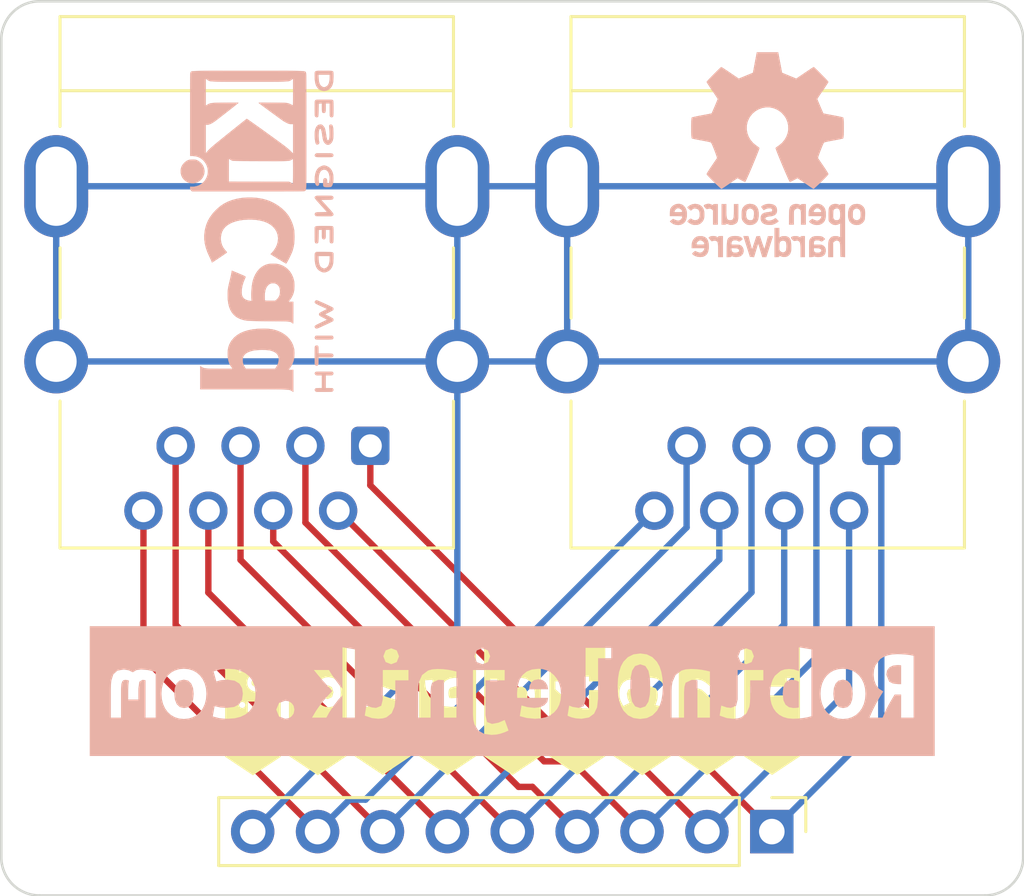
<source format=kicad_pcb>
(kicad_pcb (version 20211014) (generator pcbnew)
  (title_block (title "2x RJ45 to pin header breakout board") (date "2022-08-03") (rev "A") (company "RobinOlejnik.com") (comment 3 "License: CC0-1.0") (comment 4 "https://github.com/robinolejnik/rj45-pinheader-breakout"))
  (layers (0 "F.Cu" signal) (31 "B.Cu" signal) (36 "B.SilkS" user "B.Silkscreen") (37 "F.SilkS" user "F.Silkscreen") (38 "B.Mask" user) (39 "F.Mask" user) (44 "Edge.Cuts" user))
  (net 0 "")
  (net 1 "Net-(J1-PadSH)")
  (net 2 "Net-(J1-Pad1)")
  (net 3 "Net-(J1-Pad2)")
  (net 4 "Net-(J1-Pad3)")
  (net 5 "Net-(J1-Pad4)")
  (net 6 "Net-(J1-Pad5)")
  (net 7 "Net-(J1-Pad6)")
  (net 8 "Net-(J1-Pad7)")
  (net 9 "Net-(J1-Pad8)")
  (footprint "Connector_PinHeader_2.54mm:PinHeader_1x09_P2.54mm_Vertical" (layer "F.Cu") (at 153.16 97.5 -90)
    (fp_text reference "J2" hide)
    (fp_text value "Conn_01x09" hide)
    (pad "1" thru_hole rect (at 0 0 270) (size 1.7 1.7) (drill 1) (layers *.Cu *.Mask) (net 2 "Net-(J1-Pad1)"))
    (pad "2" thru_hole oval (at 0 2.54 270) (size 1.7 1.7) (drill 1) (layers *.Cu *.Mask) (net 3 "Net-(J1-Pad2)"))
    (pad "3" thru_hole oval (at 0 5.08 270) (size 1.7 1.7) (drill 1) (layers *.Cu *.Mask) (net 4 "Net-(J1-Pad3)"))
    (pad "4" thru_hole oval (at 0 7.62 270) (size 1.7 1.7) (drill 1) (layers *.Cu *.Mask) (net 5 "Net-(J1-Pad4)"))
    (pad "5" thru_hole oval (at 0 10.16 270) (size 1.7 1.7) (drill 1) (layers *.Cu *.Mask) (net 6 "Net-(J1-Pad5)"))
    (pad "6" thru_hole oval (at 0 12.7 270) (size 1.7 1.7) (drill 1) (layers *.Cu *.Mask) (net 7 "Net-(J1-Pad6)"))
    (pad "7" thru_hole oval (at 0 15.24 270) (size 1.7 1.7) (drill 1) (layers *.Cu *.Mask) (net 8 "Net-(J1-Pad7)"))
    (pad "8" thru_hole oval (at 0 17.78 270) (size 1.7 1.7) (drill 1) (layers *.Cu *.Mask) (net 9 "Net-(J1-Pad8)"))
    (pad "9" thru_hole oval (at 0 20.32 270) (size 1.7 1.7) (drill 1) (layers *.Cu *.Mask) (net 1 "Net-(J1-PadSH)"))
  )
  (footprint "kibuzzard-62EAE7D9" (layer "F.Cu") (at 140.47 92.42 90)
    (fp_text reference "kibuzzard-62EAE7D9" hide)
    (fp_text value "G***" hide)
  )
  (footprint "kibuzzard-62EAE7B5" (layer "F.Cu") (at 150.63 92.42 90)
    (fp_text reference "kibuzzard-62EAE7B5" hide)
    (fp_text value "G***" hide)
  )
  (footprint "kibuzzard-62EAE7E0" (layer "F.Cu") (at 137.93 92.42 90)
    (fp_text reference "kibuzzard-62EAE7E0" hide)
    (fp_text value "G***" hide)
  )
  (footprint "kibuzzard-62EAE79F" (layer "F.Cu") (at 153.17 92.42 90)
    (fp_text reference "kibuzzard-62EAE79F" hide)
    (fp_text value "G***" hide)
  )
  (footprint "rj45-multi:RJ45-multi" (layer "F.Cu") (at 137.445 82.4 180)
    (fp_text reference "J1" hide)
    (fp_text value "RJ45_Shielded" hide)
    (pad "" np_thru_hole circle locked (at 10.16 6.35 180) (size 3.25 3.25) (drill 3.25) (layers *.Cu *.Mask))
    (pad "" np_thru_hole circle locked (at -1.27 6.35 180) (size 3.25 3.25) (drill 3.25) (layers *.Cu *.Mask))
    (pad "1" thru_hole roundrect locked (at 0 0 180) (size 1.5 1.5) (drill 0.9) (layers *.Cu *.Mask) (roundrect_rratio 0.167) (net 2 "Net-(J1-Pad1)"))
    (pad "2" thru_hole circle locked (at 1.26 -2.54 180) (size 1.5 1.5) (drill 0.9) (layers *.Cu *.Mask) (net 3 "Net-(J1-Pad2)"))
    (pad "3" thru_hole circle locked (at 2.54 0 180) (size 1.5 1.5) (drill 0.9) (layers *.Cu *.Mask) (net 4 "Net-(J1-Pad3)"))
    (pad "4" thru_hole circle locked (at 3.8 -2.54 180) (size 1.5 1.5) (drill 0.9) (layers *.Cu *.Mask) (net 5 "Net-(J1-Pad4)"))
    (pad "5" thru_hole circle locked (at 5.08 0 180) (size 1.5 1.5) (drill 0.9) (layers *.Cu *.Mask) (net 6 "Net-(J1-Pad5)"))
    (pad "6" thru_hole circle locked (at 6.34 -2.54 270) (size 1.5 1.5) (drill 0.9) (layers *.Cu *.Mask) (net 7 "Net-(J1-Pad6)"))
    (pad "7" thru_hole circle locked (at 7.62 0 180) (size 1.5 1.5) (drill 0.9) (layers *.Cu *.Mask) (net 8 "Net-(J1-Pad7)"))
    (pad "8" thru_hole circle locked (at 8.88 -2.54 180) (size 1.5 1.5) (drill 0.9) (layers *.Cu *.Mask) (net 9 "Net-(J1-Pad8)"))
    (pad "SH" thru_hole circle locked (at -3.405 3.302 180) (size 2.5 2.5) (drill 1.6) (layers *.Cu *.Mask) (net 1 "Net-(J1-PadSH)"))
    (pad "SH" thru_hole oval locked (at 12.295 10.16 180) (size 2.5 4) (drill oval 1.6 3.1) (layers *.Cu *.Mask) (net 1 "Net-(J1-PadSH)"))
    (pad "SH" thru_hole circle locked (at 12.295 3.302 180) (size 2.5 2.5) (drill 1.6) (layers *.Cu *.Mask) (net 1 "Net-(J1-PadSH)"))
    (pad "SH" thru_hole oval locked (at -3.405 10.16 180) (size 2.5 4) (drill oval 1.6 3.1) (layers *.Cu *.Mask) (net 1 "Net-(J1-PadSH)"))
  )
  (footprint "kibuzzard-62EAE7C3" (layer "F.Cu") (at 145.55 92.42 90)
    (fp_text reference "kibuzzard-62EAE7C3" hide)
    (fp_text value "G***" hide)
  )
  (footprint "kibuzzard-62EAE7E7" (layer "F.Cu") (at 135.39 92.42 90)
    (fp_text reference "kibuzzard-62EAE7E7" hide)
    (fp_text value "G***" hide)
  )
  (footprint "rj45-multi:RJ45-multi" (layer "F.Cu") (at 157.445 82.4 180)
    (fp_text reference "J3" hide)
    (fp_text value "RJ45_Shielded" hide)
    (pad "" np_thru_hole circle locked (at -1.27 6.35 180) (size 3.25 3.25) (drill 3.25) (layers *.Cu *.Mask))
    (pad "" np_thru_hole circle locked (at 10.16 6.35 180) (size 3.25 3.25) (drill 3.25) (layers *.Cu *.Mask))
    (pad "1" thru_hole roundrect locked (at 0 0 180) (size 1.5 1.5) (drill 0.9) (layers *.Cu *.Mask) (roundrect_rratio 0.167) (net 2 "Net-(J1-Pad1)"))
    (pad "2" thru_hole circle locked (at 1.26 -2.54 180) (size 1.5 1.5) (drill 0.9) (layers *.Cu *.Mask) (net 3 "Net-(J1-Pad2)"))
    (pad "3" thru_hole circle locked (at 2.54 0 180) (size 1.5 1.5) (drill 0.9) (layers *.Cu *.Mask) (net 4 "Net-(J1-Pad3)"))
    (pad "4" thru_hole circle locked (at 3.8 -2.54 180) (size 1.5 1.5) (drill 0.9) (layers *.Cu *.Mask) (net 5 "Net-(J1-Pad4)"))
    (pad "5" thru_hole circle locked (at 5.08 0 180) (size 1.5 1.5) (drill 0.9) (layers *.Cu *.Mask) (net 6 "Net-(J1-Pad5)"))
    (pad "6" thru_hole circle locked (at 6.34 -2.54 270) (size 1.5 1.5) (drill 0.9) (layers *.Cu *.Mask) (net 7 "Net-(J1-Pad6)"))
    (pad "7" thru_hole circle locked (at 7.62 0 180) (size 1.5 1.5) (drill 0.9) (layers *.Cu *.Mask) (net 8 "Net-(J1-Pad7)"))
    (pad "8" thru_hole circle locked (at 8.88 -2.54 180) (size 1.5 1.5) (drill 0.9) (layers *.Cu *.Mask) (net 9 "Net-(J1-Pad8)"))
    (pad "SH" thru_hole oval locked (at 12.295 10.16 180) (size 2.5 4) (drill oval 1.6 3.1) (layers *.Cu *.Mask) (net 1 "Net-(J1-PadSH)"))
    (pad "SH" thru_hole circle locked (at 12.295 3.302 180) (size 2.5 2.5) (drill 1.6) (layers *.Cu *.Mask) (net 1 "Net-(J1-PadSH)"))
    (pad "SH" thru_hole oval locked (at -3.405 10.16 180) (size 2.5 4) (drill oval 1.6 3.1) (layers *.Cu *.Mask) (net 1 "Net-(J1-PadSH)"))
    (pad "SH" thru_hole circle locked (at -3.405 3.302 180) (size 2.5 2.5) (drill 1.6) (layers *.Cu *.Mask) (net 1 "Net-(J1-PadSH)"))
  )
  (footprint "kibuzzard-62EAE7BC" (layer "F.Cu") (at 148.09 92.42 90)
    (fp_text reference "kibuzzard-62EAE7BC" hide)
    (fp_text value "G***" hide)
  )
  (footprint "kibuzzard-62EAE7C8" (layer "F.Cu") (at 143.01 92.42 90)
    (fp_text reference "kibuzzard-62EAE7C8" hide)
    (fp_text value "G***" hide)
  )
  (footprint "kibuzzard-62EAE892" (layer "F.Cu") (at 132.85 92.42 90)
    (fp_text reference "kibuzzard-62EAE892" hide)
    (fp_text value "G***" hide)
  )
  (footprint "kibuzzard-62EAE686" (layer "B.Cu") (at 143 92 180)
    (fp_text reference "kibuzzard-62EAE686" hide)
    (fp_text value "G***" hide)
  )
  (footprint "Symbol:OSHW-Logo_7.5x8mm_SilkScreen" (layer "B.Cu") (at 153 71 180)
    (fp_text reference "REF**" hide)
    (fp_text value "OSHW-Logo_7.5x8mm_SilkScreen" hide)
  )
  (footprint "Symbol:KiCad-Logo2_5mm_SilkScreen" (layer "B.Cu") (at 133 74 -90)
    (fp_text reference "REF**" hide)
    (fp_text value "KiCad-Logo2_5mm_SilkScreen" hide)
  )
  (gr_line (start 163 66.5) (end 163 98.5) (layer "Edge.Cuts") (width 0.1))
  (gr_line (start 124.5 100) (end 161.5 100) (layer "Edge.Cuts") (width 0.1))
  (gr_arc (start 161.5 65) (mid 162.56066 65.43934) (end 163 66.5) (layer "Edge.Cuts") (width 0.1))
  (gr_arc (start 163 98.5) (mid 162.56066 99.56066) (end 161.5 100) (layer "Edge.Cuts") (width 0.1))
  (gr_arc (start 124.5 100) (mid 123.43934 99.56066) (end 123 98.5) (layer "Edge.Cuts") (width 0.1))
  (gr_arc (start 123 66.5) (mid 123.43934 65.43934) (end 124.5 65) (layer "Edge.Cuts") (width 0.1))
  (gr_line (start 123 66.5) (end 123 98.5) (layer "Edge.Cuts") (width 0.1))
  (gr_line (start 124.5 65) (end 161.5 65) (layer "Edge.Cuts") (width 0.1))
  (segment (start 125.15 72.24) (end 125.15 79.098) (width 0.25) (layer "B.Cu") (net 1))
  (segment (start 140.85 72.24) (end 145.15 72.24) (width 0.25) (layer "B.Cu") (net 1))
  (segment (start 125.15 72.24) (end 140.85 72.24) (width 0.25) (layer "B.Cu") (net 1))
  (segment (start 125.15 79.098) (end 140.85 79.098) (width 0.25) (layer "B.Cu") (net 1))
  (segment (start 160.85 72.24) (end 160.85 79.098) (width 0.25) (layer "B.Cu") (net 1))
  (segment (start 145.15 72.24) (end 160.85 72.24) (width 0.25) (layer "B.Cu") (net 1))
  (segment (start 145.15 79.098) (end 160.85 79.098) (width 0.25) (layer "B.Cu") (net 1))
  (segment (start 132.84 97.5) (end 140.85 89.49) (width 0.25) (layer "B.Cu") (net 1))
  (segment (start 140.85 89.49) (end 140.85 79.098) (width 0.25) (layer "B.Cu") (net 1))
  (segment (start 140.85 79.098) (end 145.15 79.098) (width 0.25) (layer "B.Cu") (net 1))
  (segment (start 145.15 72.24) (end 145.15 79.098) (width 0.25) (layer "B.Cu") (net 1))
  (segment (start 140.85 72.24) (end 140.85 79.098) (width 0.25) (layer "B.Cu") (net 1))
  (segment (start 148.66 93) (end 146.5 93) (width 0.25) (layer "F.Cu") (net 2))
  (segment (start 146.5 93) (end 137.445 83.945) (width 0.25) (layer "F.Cu") (net 2))
  (segment (start 137.445 83.945) (end 137.445 82.4) (width 0.25) (layer "F.Cu") (net 2))
  (segment (start 153.16 97.5) (end 148.66 93) (width 0.25) (layer "F.Cu") (net 2))
  (segment (start 157.445 93.215) (end 153.16 97.5) (width 0.25) (layer "B.Cu") (net 2))
  (segment (start 157.445 82.4) (end 157.445 93.215) (width 0.25) (layer "B.Cu") (net 2))
  (segment (start 145.245 94) (end 136.185 84.94) (width 0.25) (layer "F.Cu") (net 3))
  (segment (start 150.62 97.5) (end 147.12 94) (width 0.25) (layer "F.Cu") (net 3))
  (segment (start 147.12 94) (end 145.245 94) (width 0.25) (layer "F.Cu") (net 3))
  (segment (start 156.185 84.94) (end 156.185 91.935) (width 0.25) (layer "B.Cu") (net 3))
  (segment (start 156.185 91.935) (end 150.62 97.5) (width 0.25) (layer "B.Cu") (net 3))
  (segment (start 145.33 94.75) (end 144.25 94.75) (width 0.25) (layer "F.Cu") (net 4))
  (segment (start 134.905 85.405) (end 134.905 82.4) (width 0.25) (layer "F.Cu") (net 4))
  (segment (start 144.25 94.75) (end 134.905 85.405) (width 0.25) (layer "F.Cu") (net 4))
  (segment (start 148.08 97.5) (end 145.33 94.75) (width 0.25) (layer "F.Cu") (net 4))
  (segment (start 154.905 82.4) (end 154.905 90.675) (width 0.25) (layer "B.Cu") (net 4))
  (segment (start 154.905 90.675) (end 148.08 97.5) (width 0.25) (layer "B.Cu") (net 4))
  (segment (start 143.79 95.75) (end 143.25 95.75) (width 0.25) (layer "F.Cu") (net 5))
  (segment (start 133.645 86.145) (end 133.645 84.94) (width 0.25) (layer "F.Cu") (net 5))
  (segment (start 143.25 95.75) (end 133.645 86.145) (width 0.25) (layer "F.Cu") (net 5))
  (segment (start 145.54 97.5) (end 143.79 95.75) (width 0.25) (layer "F.Cu") (net 5))
  (segment (start 153.645 89.395) (end 145.54 97.5) (width 0.25) (layer "B.Cu") (net 5))
  (segment (start 153.645 84.94) (end 153.645 89.395) (width 0.25) (layer "B.Cu") (net 5))
  (segment (start 132.365 86.865) (end 143 97.5) (width 0.25) (layer "F.Cu") (net 6))
  (segment (start 132.365 82.4) (end 132.365 86.865) (width 0.25) (layer "F.Cu") (net 6))
  (segment (start 152.365 88.135) (end 143 97.5) (width 0.25) (layer "B.Cu") (net 6))
  (segment (start 152.365 82.4) (end 152.365 88.135) (width 0.25) (layer "B.Cu") (net 6))
  (segment (start 131.105 84.94) (end 131.105 88.145) (width 0.25) (layer "F.Cu") (net 7))
  (segment (start 131.105 88.145) (end 140.46 97.5) (width 0.25) (layer "F.Cu") (net 7))
  (segment (start 151.105 84.94) (end 151.105 86.855) (width 0.25) (layer "B.Cu") (net 7))
  (segment (start 151.105 86.855) (end 140.46 97.5) (width 0.25) (layer "B.Cu") (net 7))
  (segment (start 129.825 89.405) (end 137.92 97.5) (width 0.25) (layer "F.Cu") (net 8))
  (segment (start 129.825 82.4) (end 129.825 89.405) (width 0.25) (layer "F.Cu") (net 8))
  (segment (start 149.825 85.595) (end 137.92 97.5) (width 0.25) (layer "B.Cu") (net 8))
  (segment (start 149.825 82.4) (end 149.825 85.595) (width 0.25) (layer "B.Cu") (net 8))
  (segment (start 128.565 84.94) (end 128.565 90.685) (width 0.25) (layer "F.Cu") (net 9))
  (segment (start 128.565 90.685) (end 135.38 97.5) (width 0.25) (layer "F.Cu") (net 9))
  (segment (start 137.255 96.25) (end 136.63 96.25) (width 0.25) (layer "B.Cu") (net 9))
  (segment (start 148.565 84.94) (end 137.255 96.25) (width 0.25) (layer "B.Cu") (net 9))
  (segment (start 136.63 96.25) (end 135.38 97.5) (width 0.25) (layer "B.Cu") (net 9))
)
</source>
